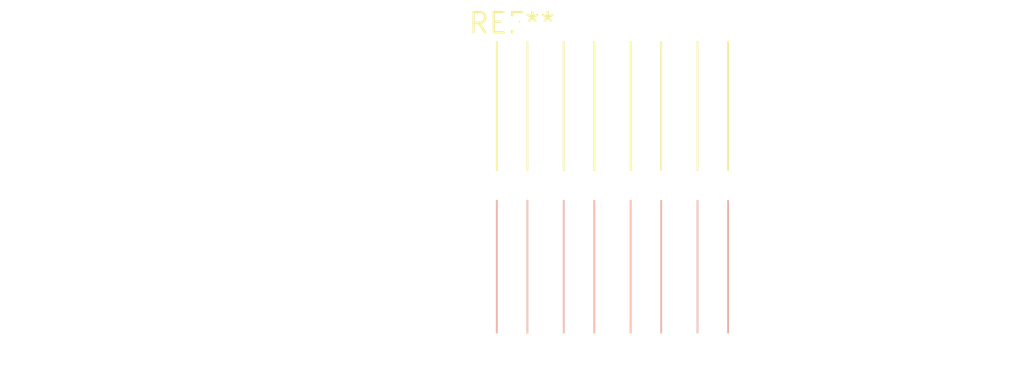
<source format=kicad_pcb>
(kicad_pcb (version 20240108) (generator pcbnew)
  (layers (0 "F.Cu" signal) (31 "B.Cu" signal) (34 "B.Paste" user) (35 "F.Paste" user) (36 "B.SilkS" user "B.Silkscreen") (37 "F.SilkS" user "F.Silkscreen") (38 "B.Mask" user) (39 "F.Mask" user) (44 "Edge.Cuts" user))
  (net 0 "")
  (footprint "SolderWire-0.25sqmm_1x04_P4.2mm_D0.65mm_OD1.7mm_Relief2x" (layer "F.Cu") (at 0 0)
    (property "Reference" "REF**")
    (property "Value" "SolderWire-0.25sqmm_1x04_P4.2mm_D0.65mm_OD1.7mm_Relief2x")
    (fp_line (start -0.96 11.16) (end -0.96 19.44) (layer "B.SilkS") (stroke (width 0.12)))
    (fp_line (start 0.96 11.16) (end 0.96 19.44) (layer "B.SilkS") (stroke (width 0.12)))
    (fp_line (start 3.24 11.16) (end 3.24 19.44) (layer "B.SilkS") (stroke (width 0.12)))
    (fp_line (start 5.16 11.16) (end 5.16 19.44) (layer "B.SilkS") (stroke (width 0.12)))
    (fp_line (start 7.44 11.16) (end 7.44 19.44) (layer "B.SilkS") (stroke (width 0.12)))
    (fp_line (start 9.36 11.16) (end 9.36 19.44) (layer "B.SilkS") (stroke (width 0.12)))
    (fp_line (start 11.64 11.16) (end 11.64 19.44) (layer "B.SilkS") (stroke (width 0.12)))
    (fp_line (start 13.56 11.16) (end 13.56 19.44) (layer "B.SilkS") (stroke (width 0.12)))
    (fp_line (start -0.96 1.185) (end -0.96 9.24) (layer "F.SilkS") (stroke (width 0.12)))
    (fp_line (start 0.96 1.185) (end 0.96 9.24) (layer "F.SilkS") (stroke (width 0.12)))
    (fp_line (start 3.24 1.185) (end 3.24 9.24) (layer "F.SilkS") (stroke (width 0.12)))
    (fp_line (start 5.16 1.185) (end 5.16 9.24) (layer "F.SilkS") (stroke (width 0.12)))
    (fp_line (start 7.44 1.185) (end 7.44 9.24) (layer "F.SilkS") (stroke (width 0.12)))
    (fp_line (start 9.36 1.185) (end 9.36 9.24) (layer "F.SilkS") (stroke (width 0.12)))
    (fp_line (start 11.64 1.185) (end 11.64 9.24) (layer "F.SilkS") (stroke (width 0.12)))
    (fp_line (start 13.56 1.185) (end 13.56 9.24) (layer "F.SilkS") (stroke (width 0.12)))
    (pad "" np_thru_hole circle (at 0 10.2) (size 2.2 2.2) (drill 2.2) (layers *.Cu *.Mask))
    (pad "" np_thru_hole circle (at 0 20.4) (size 2.2 2.2) (drill 2.2) (layers *.Cu *.Mask))
    (pad "" np_thru_hole circle (at 4.2 10.2) (size 2.2 2.2) (drill 2.2) (layers *.Cu *.Mask))
    (pad "" np_thru_hole circle (at 4.2 20.4) (size 2.2 2.2) (drill 2.2) (layers *.Cu *.Mask))
    (pad "" np_thru_hole circle (at 8.4 10.2) (size 2.2 2.2) (drill 2.2) (layers *.Cu *.Mask))
    (pad "" np_thru_hole circle (at 8.4 20.4) (size 2.2 2.2) (drill 2.2) (layers *.Cu *.Mask))
    (pad "" np_thru_hole circle (at 12.6 10.2) (size 2.2 2.2) (drill 2.2) (layers *.Cu *.Mask))
    (pad "" np_thru_hole circle (at 12.6 20.4) (size 2.2 2.2) (drill 2.2) (layers *.Cu *.Mask))
    (pad "1" thru_hole roundrect (at 0 0) (size 1.85 1.85) (drill 0.85) (layers *.Cu *.Mask) (remove_unused_layers) (roundrect_rratio 0.135135))
    (pad "2" thru_hole circle (at 4.2 0) (size 1.85 1.85) (drill 0.85) (layers *.Cu *.Mask) (remove_unused_layers))
    (pad "3" thru_hole circle (at 8.4 0) (size 1.85 1.85) (drill 0.85) (layers *.Cu *.Mask) (remove_unused_layers))
    (pad "4" thru_hole circle (at 12.6 0) (size 1.85 1.85) (drill 0.85) (layers *.Cu *.Mask) (remove_unused_layers))
  )
)
</source>
